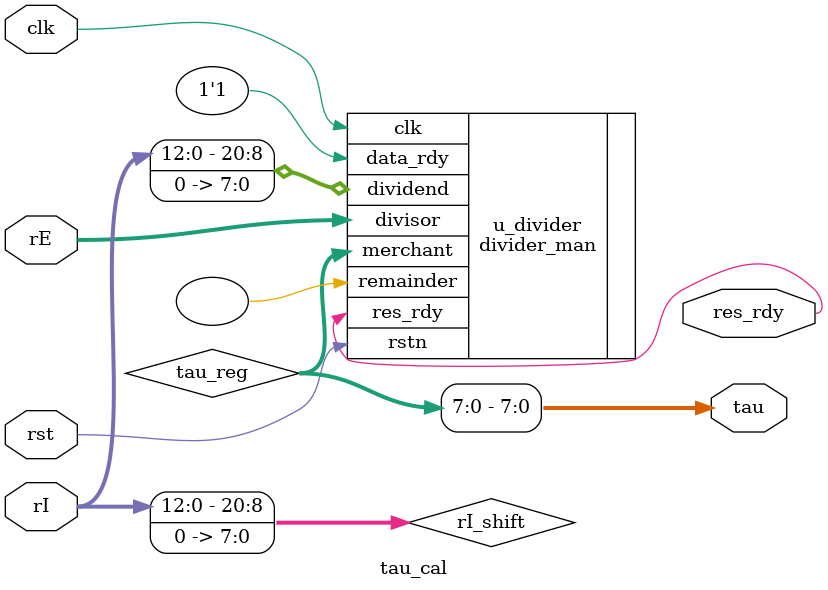
<source format=v>
module tau_cal #(parameter N=21, parameter M=13)(rE, rI, clk, res_rdy, rst, tau);
input clk, rst;
input [M-1:0] rI, rE;		// 512  取小數點後4bit(9+4bit)
output [7:0] tau;				// 取小數點後8bit
output res_rdy;
wire [N-1:0] tau_reg;		// 取小數點後8bit
wire data_rdy; 	// tau cal finished
wire [N-1:0] rI_shift;

divider_man #(.N(N), .M(M))
	 u_divider(.clk (clk),
				  .rstn (rst),
				  .data_rdy (1'b1),
				  .dividend (rI_shift),
				  .divisor (rE),
				  .res_rdy (res_rdy),
				  .merchant (tau_reg),
				  .remainder ());

assign rI_shift = rI << 8;
assign tau = tau_reg[7:0];

endmodule 
</source>
